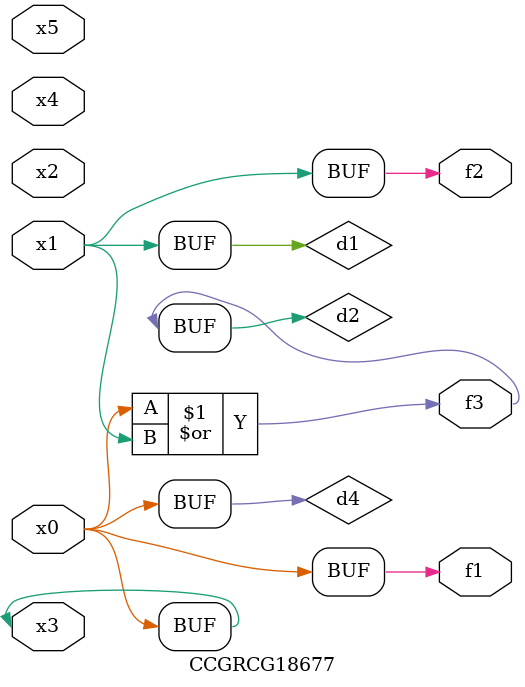
<source format=v>
module CCGRCG18677(
	input x0, x1, x2, x3, x4, x5,
	output f1, f2, f3
);

	wire d1, d2, d3, d4;

	and (d1, x1);
	or (d2, x0, x1);
	nand (d3, x0, x5);
	buf (d4, x0, x3);
	assign f1 = d4;
	assign f2 = d1;
	assign f3 = d2;
endmodule

</source>
